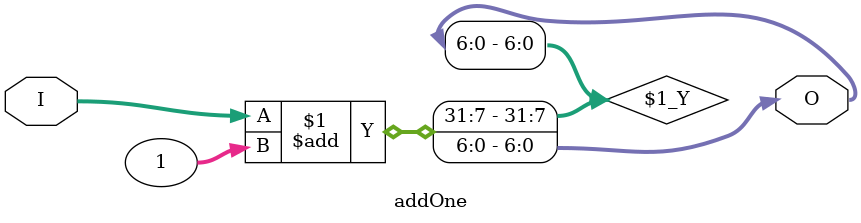
<source format=v>
module addOne
(
input wire [6:0] I,
output wire [6:0] O
);
assign O = I + 1;

endmodule
</source>
